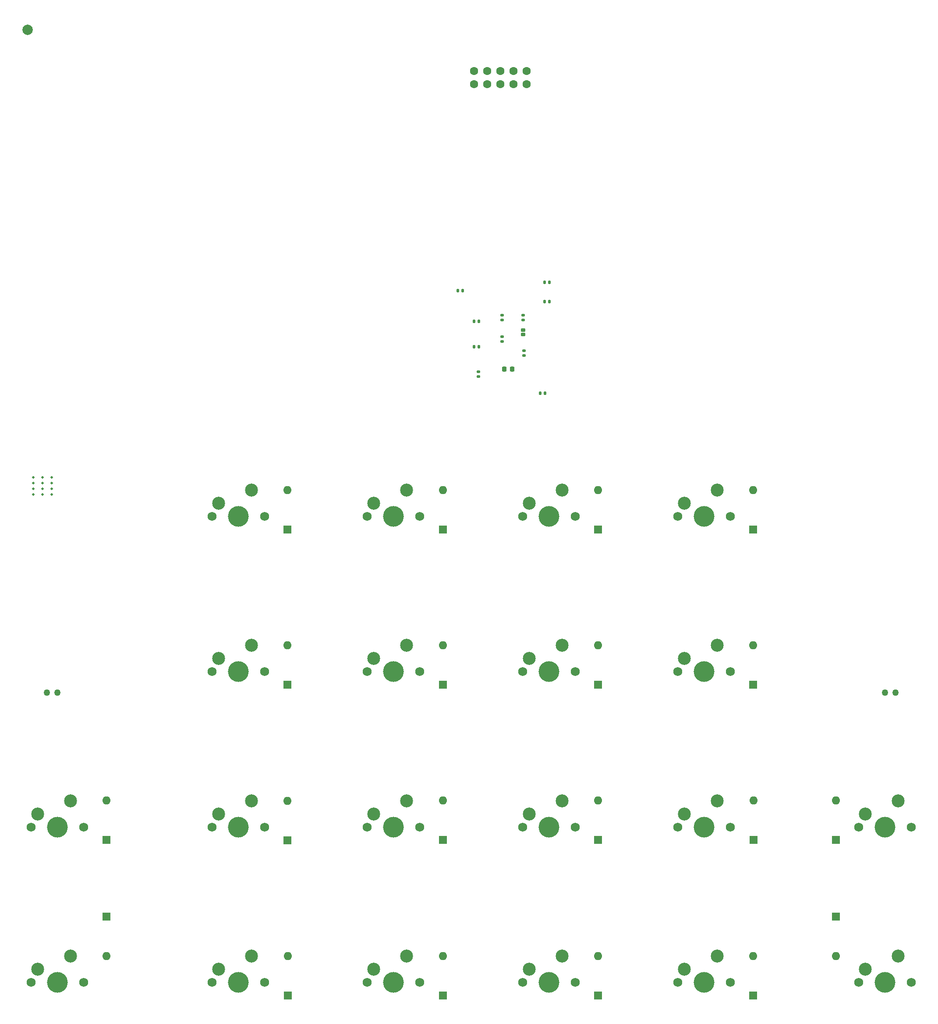
<source format=gbs>
G04 #@! TF.GenerationSoftware,KiCad,Pcbnew,8.0.4*
G04 #@! TF.CreationDate,2024-10-08T15:05:27-04:00*
G04 #@! TF.ProjectId,FULL BOARD,46554c4c-2042-44f4-9152-442e6b696361,rev?*
G04 #@! TF.SameCoordinates,Original*
G04 #@! TF.FileFunction,Soldermask,Bot*
G04 #@! TF.FilePolarity,Negative*
%FSLAX46Y46*%
G04 Gerber Fmt 4.6, Leading zero omitted, Abs format (unit mm)*
G04 Created by KiCad (PCBNEW 8.0.4) date 2024-10-08 15:05:27*
%MOMM*%
%LPD*%
G01*
G04 APERTURE LIST*
G04 Aperture macros list*
%AMRoundRect*
0 Rectangle with rounded corners*
0 $1 Rounding radius*
0 $2 $3 $4 $5 $6 $7 $8 $9 X,Y pos of 4 corners*
0 Add a 4 corners polygon primitive as box body*
4,1,4,$2,$3,$4,$5,$6,$7,$8,$9,$2,$3,0*
0 Add four circle primitives for the rounded corners*
1,1,$1+$1,$2,$3*
1,1,$1+$1,$4,$5*
1,1,$1+$1,$6,$7*
1,1,$1+$1,$8,$9*
0 Add four rect primitives between the rounded corners*
20,1,$1+$1,$2,$3,$4,$5,0*
20,1,$1+$1,$4,$5,$6,$7,0*
20,1,$1+$1,$6,$7,$8,$9,0*
20,1,$1+$1,$8,$9,$2,$3,0*%
G04 Aperture macros list end*
%ADD10C,1.600200*%
%ADD11C,0.499999*%
%ADD12C,1.750000*%
%ADD13C,4.000000*%
%ADD14C,2.500000*%
%ADD15C,1.270000*%
%ADD16C,2.006600*%
%ADD17R,1.600000X1.600000*%
%ADD18O,1.600000X1.600000*%
%ADD19RoundRect,0.140000X-0.140000X-0.170000X0.140000X-0.170000X0.140000X0.170000X-0.140000X0.170000X0*%
%ADD20RoundRect,0.140000X0.140000X0.170000X-0.140000X0.170000X-0.140000X-0.170000X0.140000X-0.170000X0*%
%ADD21RoundRect,0.225000X0.225000X0.250000X-0.225000X0.250000X-0.225000X-0.250000X0.225000X-0.250000X0*%
%ADD22RoundRect,0.102000X-0.300000X0.270000X-0.300000X-0.270000X0.300000X-0.270000X0.300000X0.270000X0*%
%ADD23RoundRect,0.140000X0.170000X-0.140000X0.170000X0.140000X-0.170000X0.140000X-0.170000X-0.140000X0*%
%ADD24RoundRect,0.140000X-0.170000X0.140000X-0.170000X-0.140000X0.170000X-0.140000X0.170000X0.140000X0*%
G04 APERTURE END LIST*
D10*
X179511600Y-53491400D03*
X179511600Y-56031400D03*
X176971600Y-53491400D03*
X176971600Y-56031400D03*
X174431600Y-53491400D03*
X174431600Y-56031400D03*
X171891600Y-53491400D03*
X171891600Y-56031400D03*
X169351600Y-53491400D03*
X169351600Y-56031400D03*
D11*
X87724200Y-135269999D03*
X87724200Y-134169999D03*
X87724200Y-133070001D03*
X87724200Y-131970001D03*
X85919200Y-135269999D03*
X85919200Y-134169999D03*
X85919200Y-133070001D03*
X85919200Y-131970001D03*
X84114200Y-135269999D03*
X84114200Y-134169999D03*
X84114200Y-133070001D03*
X84114200Y-131970001D03*
D12*
X243674000Y-229491400D03*
D13*
X248754000Y-229491400D03*
D12*
X253834000Y-229491400D03*
D14*
X244944000Y-226951400D03*
X251294000Y-224411400D03*
D12*
X148674000Y-229491400D03*
D13*
X153754000Y-229491400D03*
D12*
X158834000Y-229491400D03*
D14*
X149944000Y-226951400D03*
X156294000Y-224411400D03*
D15*
X88754033Y-173514000D03*
X86754032Y-173514000D03*
D12*
X118674000Y-229491400D03*
D13*
X123754000Y-229491400D03*
D12*
X128834000Y-229491400D03*
D14*
X119944000Y-226951400D03*
X126294000Y-224411400D03*
D12*
X178674000Y-199491400D03*
D13*
X183754000Y-199491400D03*
D12*
X188834000Y-199491400D03*
D14*
X179944000Y-196951400D03*
X186294000Y-194411400D03*
D12*
X83674000Y-199491400D03*
D13*
X88754000Y-199491400D03*
D12*
X93834000Y-199491400D03*
D14*
X84944000Y-196951400D03*
X91294000Y-194411400D03*
D16*
X83021600Y-45491400D03*
D12*
X208674000Y-199491400D03*
D13*
X213754000Y-199491400D03*
D12*
X218834000Y-199491400D03*
D14*
X209944000Y-196951400D03*
X216294000Y-194411400D03*
D12*
X118674000Y-169491400D03*
D13*
X123754000Y-169491400D03*
D12*
X128834000Y-169491400D03*
D14*
X119944000Y-166951400D03*
X126294000Y-164411400D03*
D12*
X118674000Y-199491400D03*
D13*
X123754000Y-199491400D03*
D12*
X128834000Y-199491400D03*
D14*
X119944000Y-196951400D03*
X126294000Y-194411400D03*
D12*
X148674000Y-139491400D03*
D13*
X153754000Y-139491400D03*
D12*
X158834000Y-139491400D03*
D14*
X149944000Y-136951400D03*
X156294000Y-134411400D03*
D12*
X148674000Y-169491400D03*
D13*
X153754000Y-169491400D03*
D12*
X158834000Y-169491400D03*
D14*
X149944000Y-166951400D03*
X156294000Y-164411400D03*
D12*
X208674000Y-229491400D03*
D13*
X213754000Y-229491400D03*
D12*
X218834000Y-229491400D03*
D14*
X209944000Y-226951400D03*
X216294000Y-224411400D03*
D12*
X208674000Y-139491400D03*
D13*
X213754000Y-139491400D03*
D12*
X218834000Y-139491400D03*
D14*
X209944000Y-136951400D03*
X216294000Y-134411400D03*
D15*
X250753968Y-173514000D03*
X248753967Y-173514000D03*
D12*
X118674000Y-139491400D03*
D13*
X123754000Y-139491400D03*
D12*
X128834000Y-139491400D03*
D14*
X119944000Y-136951400D03*
X126294000Y-134411400D03*
D12*
X83674000Y-229491400D03*
D13*
X88754000Y-229491400D03*
D12*
X93834000Y-229491400D03*
D14*
X84944000Y-226951400D03*
X91294000Y-224411400D03*
D12*
X148674000Y-199491400D03*
D13*
X153754000Y-199491400D03*
D12*
X158834000Y-199491400D03*
D14*
X149944000Y-196951400D03*
X156294000Y-194411400D03*
D12*
X243674000Y-199491400D03*
D13*
X248754000Y-199491400D03*
D12*
X253834000Y-199491400D03*
D14*
X244944000Y-196951400D03*
X251294000Y-194411400D03*
D12*
X208674000Y-169491400D03*
D13*
X213754000Y-169491400D03*
D12*
X218834000Y-169491400D03*
D14*
X209944000Y-166951400D03*
X216294000Y-164411400D03*
D12*
X178674000Y-169491400D03*
D13*
X183754000Y-169491400D03*
D12*
X188834000Y-169491400D03*
D14*
X179944000Y-166951400D03*
X186294000Y-164411400D03*
D12*
X178674000Y-229491400D03*
D13*
X183754000Y-229491400D03*
D12*
X188834000Y-229491400D03*
D14*
X179944000Y-226951400D03*
X186294000Y-224411400D03*
D12*
X178674000Y-139491400D03*
D13*
X183754000Y-139491400D03*
D12*
X188834000Y-139491400D03*
D14*
X179944000Y-136951400D03*
X186294000Y-134411400D03*
D17*
X98268000Y-216799400D03*
D18*
X98268000Y-224419400D03*
D17*
X98258000Y-202029400D03*
D18*
X98258000Y-194409400D03*
D17*
X163279000Y-172014000D03*
D18*
X163279000Y-164394000D03*
D19*
X182949000Y-97987800D03*
X183909000Y-97987800D03*
X182949000Y-94254000D03*
X183909000Y-94254000D03*
D17*
X133278000Y-172029400D03*
D18*
X133278000Y-164409400D03*
D17*
X193278000Y-142039400D03*
D18*
X193278000Y-134419400D03*
D17*
X239258000Y-216789400D03*
D18*
X239258000Y-224409400D03*
D20*
X183020000Y-115717000D03*
X182060000Y-115717000D03*
D21*
X176670000Y-111018000D03*
X175120000Y-111018000D03*
D20*
X170264000Y-106700000D03*
X169304000Y-106700000D03*
D22*
X178803600Y-103499400D03*
X178803600Y-104363400D03*
D17*
X223288000Y-202019400D03*
D18*
X223288000Y-194399400D03*
D17*
X223278000Y-172019400D03*
D18*
X223278000Y-164399400D03*
D17*
X133268000Y-142029400D03*
D18*
X133268000Y-134409400D03*
D17*
X133298000Y-232039400D03*
D18*
X133298000Y-224419400D03*
D17*
X163268000Y-232029400D03*
D18*
X163268000Y-224409400D03*
D17*
X133278000Y-202039400D03*
D18*
X133278000Y-194419400D03*
D23*
X178801000Y-101592000D03*
X178801000Y-100632000D03*
D19*
X169304000Y-101848600D03*
X170264000Y-101848600D03*
D17*
X193288000Y-202019400D03*
D18*
X193288000Y-194399400D03*
D23*
X174765000Y-101592000D03*
X174765000Y-100632000D03*
D17*
X223278000Y-142029400D03*
D18*
X223278000Y-134409400D03*
D19*
X166157000Y-95905000D03*
X167117000Y-95905000D03*
D17*
X193278000Y-172019400D03*
D18*
X193278000Y-164399400D03*
D24*
X174765000Y-104795000D03*
X174765000Y-105755000D03*
D17*
X163258000Y-142039400D03*
D18*
X163258000Y-134419400D03*
D17*
X193278000Y-232029400D03*
D18*
X193278000Y-224409400D03*
D24*
X178956000Y-107462000D03*
X178956000Y-108422000D03*
D17*
X163298000Y-202029400D03*
D18*
X163298000Y-194409400D03*
D23*
X170193000Y-112486000D03*
X170193000Y-111526000D03*
D17*
X239228000Y-202029400D03*
D18*
X239228000Y-194409400D03*
D17*
X223258000Y-232019400D03*
D18*
X223258000Y-224399400D03*
M02*

</source>
